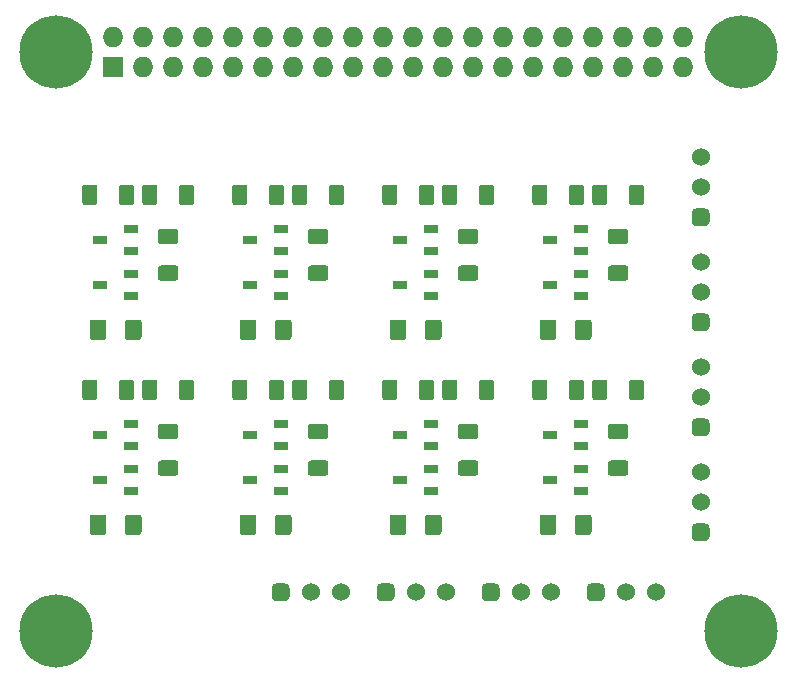
<source format=gbr>
%TF.GenerationSoftware,KiCad,Pcbnew,5.1.8+dfsg1-1+b1*%
%TF.CreationDate,2021-02-16T13:38:33-06:00*%
%TF.ProjectId,interrupt-hat,696e7465-7272-4757-9074-2d6861742e6b,A*%
%TF.SameCoordinates,Original*%
%TF.FileFunction,Soldermask,Top*%
%TF.FilePolarity,Negative*%
%FSLAX46Y46*%
G04 Gerber Fmt 4.6, Leading zero omitted, Abs format (unit mm)*
G04 Created by KiCad (PCBNEW 5.1.8+dfsg1-1+b1) date 2021-02-16 13:38:33*
%MOMM*%
%LPD*%
G01*
G04 APERTURE LIST*
%ADD10R,1.220000X0.650000*%
%ADD11C,1.524000*%
%ADD12O,1.727200X1.727200*%
%ADD13R,1.727200X1.727200*%
%ADD14C,6.200000*%
G04 APERTURE END LIST*
D10*
%TO.C,Q16*%
X92670000Y-83185000D03*
X95290000Y-82235000D03*
X95290000Y-84135000D03*
%TD*%
%TO.C,Q15*%
X92670000Y-66675000D03*
X95290000Y-65725000D03*
X95290000Y-67625000D03*
%TD*%
%TO.C,Q14*%
X92670000Y-86995000D03*
X95290000Y-86045000D03*
X95290000Y-87945000D03*
%TD*%
%TO.C,Q13*%
X79970000Y-86995000D03*
X82590000Y-86045000D03*
X82590000Y-87945000D03*
%TD*%
%TO.C,Q12*%
X67270000Y-86995000D03*
X69890000Y-86045000D03*
X69890000Y-87945000D03*
%TD*%
%TO.C,Q11*%
X54570000Y-86995000D03*
X57190000Y-86045000D03*
X57190000Y-87945000D03*
%TD*%
%TO.C,Q10*%
X79970000Y-83185000D03*
X82590000Y-82235000D03*
X82590000Y-84135000D03*
%TD*%
%TO.C,Q9*%
X79970000Y-66675000D03*
X82590000Y-65725000D03*
X82590000Y-67625000D03*
%TD*%
%TO.C,Q8*%
X67270000Y-83185000D03*
X69890000Y-82235000D03*
X69890000Y-84135000D03*
%TD*%
%TO.C,Q7*%
X67270000Y-66675000D03*
X69890000Y-65725000D03*
X69890000Y-67625000D03*
%TD*%
%TO.C,Q6*%
X92670000Y-70485000D03*
X95290000Y-69535000D03*
X95290000Y-71435000D03*
%TD*%
%TO.C,Q5*%
X79970000Y-70485000D03*
X82590000Y-69535000D03*
X82590000Y-71435000D03*
%TD*%
%TO.C,Q4*%
X67270000Y-70485000D03*
X69890000Y-69535000D03*
X69890000Y-71435000D03*
%TD*%
%TO.C,Q3*%
X54570000Y-70485000D03*
X57190000Y-69535000D03*
X57190000Y-71435000D03*
%TD*%
%TO.C,Q2*%
X54570000Y-83185000D03*
X57190000Y-82235000D03*
X57190000Y-84135000D03*
%TD*%
%TO.C,Q1*%
X54570000Y-66675000D03*
X57190000Y-65725000D03*
X57190000Y-67625000D03*
%TD*%
%TO.C,R1*%
G36*
G01*
X56145000Y-63490001D02*
X56145000Y-62239999D01*
G75*
G02*
X56394999Y-61990000I249999J0D01*
G01*
X57195001Y-61990000D01*
G75*
G02*
X57445000Y-62239999I0J-249999D01*
G01*
X57445000Y-63490001D01*
G75*
G02*
X57195001Y-63740000I-249999J0D01*
G01*
X56394999Y-63740000D01*
G75*
G02*
X56145000Y-63490001I0J249999D01*
G01*
G37*
G36*
G01*
X53045000Y-63490001D02*
X53045000Y-62239999D01*
G75*
G02*
X53294999Y-61990000I249999J0D01*
G01*
X54095001Y-61990000D01*
G75*
G02*
X54345000Y-62239999I0J-249999D01*
G01*
X54345000Y-63490001D01*
G75*
G02*
X54095001Y-63740000I-249999J0D01*
G01*
X53294999Y-63740000D01*
G75*
G02*
X53045000Y-63490001I0J249999D01*
G01*
G37*
%TD*%
%TO.C,R24*%
G36*
G01*
X99325000Y-80000001D02*
X99325000Y-78749999D01*
G75*
G02*
X99574999Y-78500000I249999J0D01*
G01*
X100375001Y-78500000D01*
G75*
G02*
X100625000Y-78749999I0J-249999D01*
G01*
X100625000Y-80000001D01*
G75*
G02*
X100375001Y-80250000I-249999J0D01*
G01*
X99574999Y-80250000D01*
G75*
G02*
X99325000Y-80000001I0J249999D01*
G01*
G37*
G36*
G01*
X96225000Y-80000001D02*
X96225000Y-78749999D01*
G75*
G02*
X96474999Y-78500000I249999J0D01*
G01*
X97275001Y-78500000D01*
G75*
G02*
X97525000Y-78749999I0J-249999D01*
G01*
X97525000Y-80000001D01*
G75*
G02*
X97275001Y-80250000I-249999J0D01*
G01*
X96474999Y-80250000D01*
G75*
G02*
X96225000Y-80000001I0J249999D01*
G01*
G37*
%TD*%
%TO.C,R23*%
G36*
G01*
X94245000Y-80000001D02*
X94245000Y-78749999D01*
G75*
G02*
X94494999Y-78500000I249999J0D01*
G01*
X95295001Y-78500000D01*
G75*
G02*
X95545000Y-78749999I0J-249999D01*
G01*
X95545000Y-80000001D01*
G75*
G02*
X95295001Y-80250000I-249999J0D01*
G01*
X94494999Y-80250000D01*
G75*
G02*
X94245000Y-80000001I0J249999D01*
G01*
G37*
G36*
G01*
X91145000Y-80000001D02*
X91145000Y-78749999D01*
G75*
G02*
X91394999Y-78500000I249999J0D01*
G01*
X92195001Y-78500000D01*
G75*
G02*
X92445000Y-78749999I0J-249999D01*
G01*
X92445000Y-80000001D01*
G75*
G02*
X92195001Y-80250000I-249999J0D01*
G01*
X91394999Y-80250000D01*
G75*
G02*
X91145000Y-80000001I0J249999D01*
G01*
G37*
%TD*%
%TO.C,R22*%
G36*
G01*
X99325000Y-63490001D02*
X99325000Y-62239999D01*
G75*
G02*
X99574999Y-61990000I249999J0D01*
G01*
X100375001Y-61990000D01*
G75*
G02*
X100625000Y-62239999I0J-249999D01*
G01*
X100625000Y-63490001D01*
G75*
G02*
X100375001Y-63740000I-249999J0D01*
G01*
X99574999Y-63740000D01*
G75*
G02*
X99325000Y-63490001I0J249999D01*
G01*
G37*
G36*
G01*
X96225000Y-63490001D02*
X96225000Y-62239999D01*
G75*
G02*
X96474999Y-61990000I249999J0D01*
G01*
X97275001Y-61990000D01*
G75*
G02*
X97525000Y-62239999I0J-249999D01*
G01*
X97525000Y-63490001D01*
G75*
G02*
X97275001Y-63740000I-249999J0D01*
G01*
X96474999Y-63740000D01*
G75*
G02*
X96225000Y-63490001I0J249999D01*
G01*
G37*
%TD*%
%TO.C,R21*%
G36*
G01*
X94245000Y-63490001D02*
X94245000Y-62239999D01*
G75*
G02*
X94494999Y-61990000I249999J0D01*
G01*
X95295001Y-61990000D01*
G75*
G02*
X95545000Y-62239999I0J-249999D01*
G01*
X95545000Y-63490001D01*
G75*
G02*
X95295001Y-63740000I-249999J0D01*
G01*
X94494999Y-63740000D01*
G75*
G02*
X94245000Y-63490001I0J249999D01*
G01*
G37*
G36*
G01*
X91145000Y-63490001D02*
X91145000Y-62239999D01*
G75*
G02*
X91394999Y-61990000I249999J0D01*
G01*
X92195001Y-61990000D01*
G75*
G02*
X92445000Y-62239999I0J-249999D01*
G01*
X92445000Y-63490001D01*
G75*
G02*
X92195001Y-63740000I-249999J0D01*
G01*
X91394999Y-63740000D01*
G75*
G02*
X91145000Y-63490001I0J249999D01*
G01*
G37*
%TD*%
%TO.C,R20*%
G36*
G01*
X97799999Y-85355000D02*
X99050001Y-85355000D01*
G75*
G02*
X99300000Y-85604999I0J-249999D01*
G01*
X99300000Y-86405001D01*
G75*
G02*
X99050001Y-86655000I-249999J0D01*
G01*
X97799999Y-86655000D01*
G75*
G02*
X97550000Y-86405001I0J249999D01*
G01*
X97550000Y-85604999D01*
G75*
G02*
X97799999Y-85355000I249999J0D01*
G01*
G37*
G36*
G01*
X97799999Y-82255000D02*
X99050001Y-82255000D01*
G75*
G02*
X99300000Y-82504999I0J-249999D01*
G01*
X99300000Y-83305001D01*
G75*
G02*
X99050001Y-83555000I-249999J0D01*
G01*
X97799999Y-83555000D01*
G75*
G02*
X97550000Y-83305001I0J249999D01*
G01*
X97550000Y-82504999D01*
G75*
G02*
X97799999Y-82255000I249999J0D01*
G01*
G37*
%TD*%
%TO.C,R19*%
G36*
G01*
X85099999Y-85355000D02*
X86350001Y-85355000D01*
G75*
G02*
X86600000Y-85604999I0J-249999D01*
G01*
X86600000Y-86405001D01*
G75*
G02*
X86350001Y-86655000I-249999J0D01*
G01*
X85099999Y-86655000D01*
G75*
G02*
X84850000Y-86405001I0J249999D01*
G01*
X84850000Y-85604999D01*
G75*
G02*
X85099999Y-85355000I249999J0D01*
G01*
G37*
G36*
G01*
X85099999Y-82255000D02*
X86350001Y-82255000D01*
G75*
G02*
X86600000Y-82504999I0J-249999D01*
G01*
X86600000Y-83305001D01*
G75*
G02*
X86350001Y-83555000I-249999J0D01*
G01*
X85099999Y-83555000D01*
G75*
G02*
X84850000Y-83305001I0J249999D01*
G01*
X84850000Y-82504999D01*
G75*
G02*
X85099999Y-82255000I249999J0D01*
G01*
G37*
%TD*%
%TO.C,R18*%
G36*
G01*
X72399999Y-85355000D02*
X73650001Y-85355000D01*
G75*
G02*
X73900000Y-85604999I0J-249999D01*
G01*
X73900000Y-86405001D01*
G75*
G02*
X73650001Y-86655000I-249999J0D01*
G01*
X72399999Y-86655000D01*
G75*
G02*
X72150000Y-86405001I0J249999D01*
G01*
X72150000Y-85604999D01*
G75*
G02*
X72399999Y-85355000I249999J0D01*
G01*
G37*
G36*
G01*
X72399999Y-82255000D02*
X73650001Y-82255000D01*
G75*
G02*
X73900000Y-82504999I0J-249999D01*
G01*
X73900000Y-83305001D01*
G75*
G02*
X73650001Y-83555000I-249999J0D01*
G01*
X72399999Y-83555000D01*
G75*
G02*
X72150000Y-83305001I0J249999D01*
G01*
X72150000Y-82504999D01*
G75*
G02*
X72399999Y-82255000I249999J0D01*
G01*
G37*
%TD*%
%TO.C,R17*%
G36*
G01*
X59699999Y-85355000D02*
X60950001Y-85355000D01*
G75*
G02*
X61200000Y-85604999I0J-249999D01*
G01*
X61200000Y-86405001D01*
G75*
G02*
X60950001Y-86655000I-249999J0D01*
G01*
X59699999Y-86655000D01*
G75*
G02*
X59450000Y-86405001I0J249999D01*
G01*
X59450000Y-85604999D01*
G75*
G02*
X59699999Y-85355000I249999J0D01*
G01*
G37*
G36*
G01*
X59699999Y-82255000D02*
X60950001Y-82255000D01*
G75*
G02*
X61200000Y-82504999I0J-249999D01*
G01*
X61200000Y-83305001D01*
G75*
G02*
X60950001Y-83555000I-249999J0D01*
G01*
X59699999Y-83555000D01*
G75*
G02*
X59450000Y-83305001I0J249999D01*
G01*
X59450000Y-82504999D01*
G75*
G02*
X59699999Y-82255000I249999J0D01*
G01*
G37*
%TD*%
%TO.C,R16*%
G36*
G01*
X86625000Y-80000001D02*
X86625000Y-78749999D01*
G75*
G02*
X86874999Y-78500000I249999J0D01*
G01*
X87675001Y-78500000D01*
G75*
G02*
X87925000Y-78749999I0J-249999D01*
G01*
X87925000Y-80000001D01*
G75*
G02*
X87675001Y-80250000I-249999J0D01*
G01*
X86874999Y-80250000D01*
G75*
G02*
X86625000Y-80000001I0J249999D01*
G01*
G37*
G36*
G01*
X83525000Y-80000001D02*
X83525000Y-78749999D01*
G75*
G02*
X83774999Y-78500000I249999J0D01*
G01*
X84575001Y-78500000D01*
G75*
G02*
X84825000Y-78749999I0J-249999D01*
G01*
X84825000Y-80000001D01*
G75*
G02*
X84575001Y-80250000I-249999J0D01*
G01*
X83774999Y-80250000D01*
G75*
G02*
X83525000Y-80000001I0J249999D01*
G01*
G37*
%TD*%
%TO.C,R15*%
G36*
G01*
X81545000Y-80000001D02*
X81545000Y-78749999D01*
G75*
G02*
X81794999Y-78500000I249999J0D01*
G01*
X82595001Y-78500000D01*
G75*
G02*
X82845000Y-78749999I0J-249999D01*
G01*
X82845000Y-80000001D01*
G75*
G02*
X82595001Y-80250000I-249999J0D01*
G01*
X81794999Y-80250000D01*
G75*
G02*
X81545000Y-80000001I0J249999D01*
G01*
G37*
G36*
G01*
X78445000Y-80000001D02*
X78445000Y-78749999D01*
G75*
G02*
X78694999Y-78500000I249999J0D01*
G01*
X79495001Y-78500000D01*
G75*
G02*
X79745000Y-78749999I0J-249999D01*
G01*
X79745000Y-80000001D01*
G75*
G02*
X79495001Y-80250000I-249999J0D01*
G01*
X78694999Y-80250000D01*
G75*
G02*
X78445000Y-80000001I0J249999D01*
G01*
G37*
%TD*%
%TO.C,R14*%
G36*
G01*
X86625000Y-63490001D02*
X86625000Y-62239999D01*
G75*
G02*
X86874999Y-61990000I249999J0D01*
G01*
X87675001Y-61990000D01*
G75*
G02*
X87925000Y-62239999I0J-249999D01*
G01*
X87925000Y-63490001D01*
G75*
G02*
X87675001Y-63740000I-249999J0D01*
G01*
X86874999Y-63740000D01*
G75*
G02*
X86625000Y-63490001I0J249999D01*
G01*
G37*
G36*
G01*
X83525000Y-63490001D02*
X83525000Y-62239999D01*
G75*
G02*
X83774999Y-61990000I249999J0D01*
G01*
X84575001Y-61990000D01*
G75*
G02*
X84825000Y-62239999I0J-249999D01*
G01*
X84825000Y-63490001D01*
G75*
G02*
X84575001Y-63740000I-249999J0D01*
G01*
X83774999Y-63740000D01*
G75*
G02*
X83525000Y-63490001I0J249999D01*
G01*
G37*
%TD*%
%TO.C,R13*%
G36*
G01*
X81545000Y-63490001D02*
X81545000Y-62239999D01*
G75*
G02*
X81794999Y-61990000I249999J0D01*
G01*
X82595001Y-61990000D01*
G75*
G02*
X82845000Y-62239999I0J-249999D01*
G01*
X82845000Y-63490001D01*
G75*
G02*
X82595001Y-63740000I-249999J0D01*
G01*
X81794999Y-63740000D01*
G75*
G02*
X81545000Y-63490001I0J249999D01*
G01*
G37*
G36*
G01*
X78445000Y-63490001D02*
X78445000Y-62239999D01*
G75*
G02*
X78694999Y-61990000I249999J0D01*
G01*
X79495001Y-61990000D01*
G75*
G02*
X79745000Y-62239999I0J-249999D01*
G01*
X79745000Y-63490001D01*
G75*
G02*
X79495001Y-63740000I-249999J0D01*
G01*
X78694999Y-63740000D01*
G75*
G02*
X78445000Y-63490001I0J249999D01*
G01*
G37*
%TD*%
%TO.C,R12*%
G36*
G01*
X73925000Y-80000001D02*
X73925000Y-78749999D01*
G75*
G02*
X74174999Y-78500000I249999J0D01*
G01*
X74975001Y-78500000D01*
G75*
G02*
X75225000Y-78749999I0J-249999D01*
G01*
X75225000Y-80000001D01*
G75*
G02*
X74975001Y-80250000I-249999J0D01*
G01*
X74174999Y-80250000D01*
G75*
G02*
X73925000Y-80000001I0J249999D01*
G01*
G37*
G36*
G01*
X70825000Y-80000001D02*
X70825000Y-78749999D01*
G75*
G02*
X71074999Y-78500000I249999J0D01*
G01*
X71875001Y-78500000D01*
G75*
G02*
X72125000Y-78749999I0J-249999D01*
G01*
X72125000Y-80000001D01*
G75*
G02*
X71875001Y-80250000I-249999J0D01*
G01*
X71074999Y-80250000D01*
G75*
G02*
X70825000Y-80000001I0J249999D01*
G01*
G37*
%TD*%
%TO.C,R11*%
G36*
G01*
X68845000Y-80000001D02*
X68845000Y-78749999D01*
G75*
G02*
X69094999Y-78500000I249999J0D01*
G01*
X69895001Y-78500000D01*
G75*
G02*
X70145000Y-78749999I0J-249999D01*
G01*
X70145000Y-80000001D01*
G75*
G02*
X69895001Y-80250000I-249999J0D01*
G01*
X69094999Y-80250000D01*
G75*
G02*
X68845000Y-80000001I0J249999D01*
G01*
G37*
G36*
G01*
X65745000Y-80000001D02*
X65745000Y-78749999D01*
G75*
G02*
X65994999Y-78500000I249999J0D01*
G01*
X66795001Y-78500000D01*
G75*
G02*
X67045000Y-78749999I0J-249999D01*
G01*
X67045000Y-80000001D01*
G75*
G02*
X66795001Y-80250000I-249999J0D01*
G01*
X65994999Y-80250000D01*
G75*
G02*
X65745000Y-80000001I0J249999D01*
G01*
G37*
%TD*%
%TO.C,R10*%
G36*
G01*
X73925000Y-63490001D02*
X73925000Y-62239999D01*
G75*
G02*
X74174999Y-61990000I249999J0D01*
G01*
X74975001Y-61990000D01*
G75*
G02*
X75225000Y-62239999I0J-249999D01*
G01*
X75225000Y-63490001D01*
G75*
G02*
X74975001Y-63740000I-249999J0D01*
G01*
X74174999Y-63740000D01*
G75*
G02*
X73925000Y-63490001I0J249999D01*
G01*
G37*
G36*
G01*
X70825000Y-63490001D02*
X70825000Y-62239999D01*
G75*
G02*
X71074999Y-61990000I249999J0D01*
G01*
X71875001Y-61990000D01*
G75*
G02*
X72125000Y-62239999I0J-249999D01*
G01*
X72125000Y-63490001D01*
G75*
G02*
X71875001Y-63740000I-249999J0D01*
G01*
X71074999Y-63740000D01*
G75*
G02*
X70825000Y-63490001I0J249999D01*
G01*
G37*
%TD*%
%TO.C,R9*%
G36*
G01*
X68845000Y-63490001D02*
X68845000Y-62239999D01*
G75*
G02*
X69094999Y-61990000I249999J0D01*
G01*
X69895001Y-61990000D01*
G75*
G02*
X70145000Y-62239999I0J-249999D01*
G01*
X70145000Y-63490001D01*
G75*
G02*
X69895001Y-63740000I-249999J0D01*
G01*
X69094999Y-63740000D01*
G75*
G02*
X68845000Y-63490001I0J249999D01*
G01*
G37*
G36*
G01*
X65745000Y-63490001D02*
X65745000Y-62239999D01*
G75*
G02*
X65994999Y-61990000I249999J0D01*
G01*
X66795001Y-61990000D01*
G75*
G02*
X67045000Y-62239999I0J-249999D01*
G01*
X67045000Y-63490001D01*
G75*
G02*
X66795001Y-63740000I-249999J0D01*
G01*
X65994999Y-63740000D01*
G75*
G02*
X65745000Y-63490001I0J249999D01*
G01*
G37*
%TD*%
%TO.C,R8*%
G36*
G01*
X97799999Y-68845000D02*
X99050001Y-68845000D01*
G75*
G02*
X99300000Y-69094999I0J-249999D01*
G01*
X99300000Y-69895001D01*
G75*
G02*
X99050001Y-70145000I-249999J0D01*
G01*
X97799999Y-70145000D01*
G75*
G02*
X97550000Y-69895001I0J249999D01*
G01*
X97550000Y-69094999D01*
G75*
G02*
X97799999Y-68845000I249999J0D01*
G01*
G37*
G36*
G01*
X97799999Y-65745000D02*
X99050001Y-65745000D01*
G75*
G02*
X99300000Y-65994999I0J-249999D01*
G01*
X99300000Y-66795001D01*
G75*
G02*
X99050001Y-67045000I-249999J0D01*
G01*
X97799999Y-67045000D01*
G75*
G02*
X97550000Y-66795001I0J249999D01*
G01*
X97550000Y-65994999D01*
G75*
G02*
X97799999Y-65745000I249999J0D01*
G01*
G37*
%TD*%
%TO.C,R7*%
G36*
G01*
X85099999Y-68845000D02*
X86350001Y-68845000D01*
G75*
G02*
X86600000Y-69094999I0J-249999D01*
G01*
X86600000Y-69895001D01*
G75*
G02*
X86350001Y-70145000I-249999J0D01*
G01*
X85099999Y-70145000D01*
G75*
G02*
X84850000Y-69895001I0J249999D01*
G01*
X84850000Y-69094999D01*
G75*
G02*
X85099999Y-68845000I249999J0D01*
G01*
G37*
G36*
G01*
X85099999Y-65745000D02*
X86350001Y-65745000D01*
G75*
G02*
X86600000Y-65994999I0J-249999D01*
G01*
X86600000Y-66795001D01*
G75*
G02*
X86350001Y-67045000I-249999J0D01*
G01*
X85099999Y-67045000D01*
G75*
G02*
X84850000Y-66795001I0J249999D01*
G01*
X84850000Y-65994999D01*
G75*
G02*
X85099999Y-65745000I249999J0D01*
G01*
G37*
%TD*%
%TO.C,R6*%
G36*
G01*
X72399999Y-68845000D02*
X73650001Y-68845000D01*
G75*
G02*
X73900000Y-69094999I0J-249999D01*
G01*
X73900000Y-69895001D01*
G75*
G02*
X73650001Y-70145000I-249999J0D01*
G01*
X72399999Y-70145000D01*
G75*
G02*
X72150000Y-69895001I0J249999D01*
G01*
X72150000Y-69094999D01*
G75*
G02*
X72399999Y-68845000I249999J0D01*
G01*
G37*
G36*
G01*
X72399999Y-65745000D02*
X73650001Y-65745000D01*
G75*
G02*
X73900000Y-65994999I0J-249999D01*
G01*
X73900000Y-66795001D01*
G75*
G02*
X73650001Y-67045000I-249999J0D01*
G01*
X72399999Y-67045000D01*
G75*
G02*
X72150000Y-66795001I0J249999D01*
G01*
X72150000Y-65994999D01*
G75*
G02*
X72399999Y-65745000I249999J0D01*
G01*
G37*
%TD*%
%TO.C,R5*%
G36*
G01*
X59699999Y-68845000D02*
X60950001Y-68845000D01*
G75*
G02*
X61200000Y-69094999I0J-249999D01*
G01*
X61200000Y-69895001D01*
G75*
G02*
X60950001Y-70145000I-249999J0D01*
G01*
X59699999Y-70145000D01*
G75*
G02*
X59450000Y-69895001I0J249999D01*
G01*
X59450000Y-69094999D01*
G75*
G02*
X59699999Y-68845000I249999J0D01*
G01*
G37*
G36*
G01*
X59699999Y-65745000D02*
X60950001Y-65745000D01*
G75*
G02*
X61200000Y-65994999I0J-249999D01*
G01*
X61200000Y-66795001D01*
G75*
G02*
X60950001Y-67045000I-249999J0D01*
G01*
X59699999Y-67045000D01*
G75*
G02*
X59450000Y-66795001I0J249999D01*
G01*
X59450000Y-65994999D01*
G75*
G02*
X59699999Y-65745000I249999J0D01*
G01*
G37*
%TD*%
%TO.C,R4*%
G36*
G01*
X61225000Y-80000001D02*
X61225000Y-78749999D01*
G75*
G02*
X61474999Y-78500000I249999J0D01*
G01*
X62275001Y-78500000D01*
G75*
G02*
X62525000Y-78749999I0J-249999D01*
G01*
X62525000Y-80000001D01*
G75*
G02*
X62275001Y-80250000I-249999J0D01*
G01*
X61474999Y-80250000D01*
G75*
G02*
X61225000Y-80000001I0J249999D01*
G01*
G37*
G36*
G01*
X58125000Y-80000001D02*
X58125000Y-78749999D01*
G75*
G02*
X58374999Y-78500000I249999J0D01*
G01*
X59175001Y-78500000D01*
G75*
G02*
X59425000Y-78749999I0J-249999D01*
G01*
X59425000Y-80000001D01*
G75*
G02*
X59175001Y-80250000I-249999J0D01*
G01*
X58374999Y-80250000D01*
G75*
G02*
X58125000Y-80000001I0J249999D01*
G01*
G37*
%TD*%
%TO.C,R3*%
G36*
G01*
X56145000Y-80000001D02*
X56145000Y-78749999D01*
G75*
G02*
X56394999Y-78500000I249999J0D01*
G01*
X57195001Y-78500000D01*
G75*
G02*
X57445000Y-78749999I0J-249999D01*
G01*
X57445000Y-80000001D01*
G75*
G02*
X57195001Y-80250000I-249999J0D01*
G01*
X56394999Y-80250000D01*
G75*
G02*
X56145000Y-80000001I0J249999D01*
G01*
G37*
G36*
G01*
X53045000Y-80000001D02*
X53045000Y-78749999D01*
G75*
G02*
X53294999Y-78500000I249999J0D01*
G01*
X54095001Y-78500000D01*
G75*
G02*
X54345000Y-78749999I0J-249999D01*
G01*
X54345000Y-80000001D01*
G75*
G02*
X54095001Y-80250000I-249999J0D01*
G01*
X53294999Y-80250000D01*
G75*
G02*
X53045000Y-80000001I0J249999D01*
G01*
G37*
%TD*%
%TO.C,R2*%
G36*
G01*
X61225000Y-63490001D02*
X61225000Y-62239999D01*
G75*
G02*
X61474999Y-61990000I249999J0D01*
G01*
X62275001Y-61990000D01*
G75*
G02*
X62525000Y-62239999I0J-249999D01*
G01*
X62525000Y-63490001D01*
G75*
G02*
X62275001Y-63740000I-249999J0D01*
G01*
X61474999Y-63740000D01*
G75*
G02*
X61225000Y-63490001I0J249999D01*
G01*
G37*
G36*
G01*
X58125000Y-63490001D02*
X58125000Y-62239999D01*
G75*
G02*
X58374999Y-61990000I249999J0D01*
G01*
X59175001Y-61990000D01*
G75*
G02*
X59425000Y-62239999I0J-249999D01*
G01*
X59425000Y-63490001D01*
G75*
G02*
X59175001Y-63740000I-249999J0D01*
G01*
X58374999Y-63740000D01*
G75*
G02*
X58125000Y-63490001I0J249999D01*
G01*
G37*
%TD*%
%TO.C,D8*%
G36*
G01*
X94755000Y-91430000D02*
X94755000Y-90180000D01*
G75*
G02*
X95005000Y-89930000I250000J0D01*
G01*
X95930000Y-89930000D01*
G75*
G02*
X96180000Y-90180000I0J-250000D01*
G01*
X96180000Y-91430000D01*
G75*
G02*
X95930000Y-91680000I-250000J0D01*
G01*
X95005000Y-91680000D01*
G75*
G02*
X94755000Y-91430000I0J250000D01*
G01*
G37*
G36*
G01*
X91780000Y-91430000D02*
X91780000Y-90180000D01*
G75*
G02*
X92030000Y-89930000I250000J0D01*
G01*
X92955000Y-89930000D01*
G75*
G02*
X93205000Y-90180000I0J-250000D01*
G01*
X93205000Y-91430000D01*
G75*
G02*
X92955000Y-91680000I-250000J0D01*
G01*
X92030000Y-91680000D01*
G75*
G02*
X91780000Y-91430000I0J250000D01*
G01*
G37*
%TD*%
%TO.C,D7*%
G36*
G01*
X82055000Y-91430000D02*
X82055000Y-90180000D01*
G75*
G02*
X82305000Y-89930000I250000J0D01*
G01*
X83230000Y-89930000D01*
G75*
G02*
X83480000Y-90180000I0J-250000D01*
G01*
X83480000Y-91430000D01*
G75*
G02*
X83230000Y-91680000I-250000J0D01*
G01*
X82305000Y-91680000D01*
G75*
G02*
X82055000Y-91430000I0J250000D01*
G01*
G37*
G36*
G01*
X79080000Y-91430000D02*
X79080000Y-90180000D01*
G75*
G02*
X79330000Y-89930000I250000J0D01*
G01*
X80255000Y-89930000D01*
G75*
G02*
X80505000Y-90180000I0J-250000D01*
G01*
X80505000Y-91430000D01*
G75*
G02*
X80255000Y-91680000I-250000J0D01*
G01*
X79330000Y-91680000D01*
G75*
G02*
X79080000Y-91430000I0J250000D01*
G01*
G37*
%TD*%
%TO.C,D6*%
G36*
G01*
X69355000Y-91430000D02*
X69355000Y-90180000D01*
G75*
G02*
X69605000Y-89930000I250000J0D01*
G01*
X70530000Y-89930000D01*
G75*
G02*
X70780000Y-90180000I0J-250000D01*
G01*
X70780000Y-91430000D01*
G75*
G02*
X70530000Y-91680000I-250000J0D01*
G01*
X69605000Y-91680000D01*
G75*
G02*
X69355000Y-91430000I0J250000D01*
G01*
G37*
G36*
G01*
X66380000Y-91430000D02*
X66380000Y-90180000D01*
G75*
G02*
X66630000Y-89930000I250000J0D01*
G01*
X67555000Y-89930000D01*
G75*
G02*
X67805000Y-90180000I0J-250000D01*
G01*
X67805000Y-91430000D01*
G75*
G02*
X67555000Y-91680000I-250000J0D01*
G01*
X66630000Y-91680000D01*
G75*
G02*
X66380000Y-91430000I0J250000D01*
G01*
G37*
%TD*%
%TO.C,D5*%
G36*
G01*
X56655000Y-91430000D02*
X56655000Y-90180000D01*
G75*
G02*
X56905000Y-89930000I250000J0D01*
G01*
X57830000Y-89930000D01*
G75*
G02*
X58080000Y-90180000I0J-250000D01*
G01*
X58080000Y-91430000D01*
G75*
G02*
X57830000Y-91680000I-250000J0D01*
G01*
X56905000Y-91680000D01*
G75*
G02*
X56655000Y-91430000I0J250000D01*
G01*
G37*
G36*
G01*
X53680000Y-91430000D02*
X53680000Y-90180000D01*
G75*
G02*
X53930000Y-89930000I250000J0D01*
G01*
X54855000Y-89930000D01*
G75*
G02*
X55105000Y-90180000I0J-250000D01*
G01*
X55105000Y-91430000D01*
G75*
G02*
X54855000Y-91680000I-250000J0D01*
G01*
X53930000Y-91680000D01*
G75*
G02*
X53680000Y-91430000I0J250000D01*
G01*
G37*
%TD*%
%TO.C,D4*%
G36*
G01*
X94755000Y-74920000D02*
X94755000Y-73670000D01*
G75*
G02*
X95005000Y-73420000I250000J0D01*
G01*
X95930000Y-73420000D01*
G75*
G02*
X96180000Y-73670000I0J-250000D01*
G01*
X96180000Y-74920000D01*
G75*
G02*
X95930000Y-75170000I-250000J0D01*
G01*
X95005000Y-75170000D01*
G75*
G02*
X94755000Y-74920000I0J250000D01*
G01*
G37*
G36*
G01*
X91780000Y-74920000D02*
X91780000Y-73670000D01*
G75*
G02*
X92030000Y-73420000I250000J0D01*
G01*
X92955000Y-73420000D01*
G75*
G02*
X93205000Y-73670000I0J-250000D01*
G01*
X93205000Y-74920000D01*
G75*
G02*
X92955000Y-75170000I-250000J0D01*
G01*
X92030000Y-75170000D01*
G75*
G02*
X91780000Y-74920000I0J250000D01*
G01*
G37*
%TD*%
%TO.C,D3*%
G36*
G01*
X82055000Y-74920000D02*
X82055000Y-73670000D01*
G75*
G02*
X82305000Y-73420000I250000J0D01*
G01*
X83230000Y-73420000D01*
G75*
G02*
X83480000Y-73670000I0J-250000D01*
G01*
X83480000Y-74920000D01*
G75*
G02*
X83230000Y-75170000I-250000J0D01*
G01*
X82305000Y-75170000D01*
G75*
G02*
X82055000Y-74920000I0J250000D01*
G01*
G37*
G36*
G01*
X79080000Y-74920000D02*
X79080000Y-73670000D01*
G75*
G02*
X79330000Y-73420000I250000J0D01*
G01*
X80255000Y-73420000D01*
G75*
G02*
X80505000Y-73670000I0J-250000D01*
G01*
X80505000Y-74920000D01*
G75*
G02*
X80255000Y-75170000I-250000J0D01*
G01*
X79330000Y-75170000D01*
G75*
G02*
X79080000Y-74920000I0J250000D01*
G01*
G37*
%TD*%
%TO.C,D2*%
G36*
G01*
X69355000Y-74920000D02*
X69355000Y-73670000D01*
G75*
G02*
X69605000Y-73420000I250000J0D01*
G01*
X70530000Y-73420000D01*
G75*
G02*
X70780000Y-73670000I0J-250000D01*
G01*
X70780000Y-74920000D01*
G75*
G02*
X70530000Y-75170000I-250000J0D01*
G01*
X69605000Y-75170000D01*
G75*
G02*
X69355000Y-74920000I0J250000D01*
G01*
G37*
G36*
G01*
X66380000Y-74920000D02*
X66380000Y-73670000D01*
G75*
G02*
X66630000Y-73420000I250000J0D01*
G01*
X67555000Y-73420000D01*
G75*
G02*
X67805000Y-73670000I0J-250000D01*
G01*
X67805000Y-74920000D01*
G75*
G02*
X67555000Y-75170000I-250000J0D01*
G01*
X66630000Y-75170000D01*
G75*
G02*
X66380000Y-74920000I0J250000D01*
G01*
G37*
%TD*%
%TO.C,D1*%
G36*
G01*
X56655000Y-74920000D02*
X56655000Y-73670000D01*
G75*
G02*
X56905000Y-73420000I250000J0D01*
G01*
X57830000Y-73420000D01*
G75*
G02*
X58080000Y-73670000I0J-250000D01*
G01*
X58080000Y-74920000D01*
G75*
G02*
X57830000Y-75170000I-250000J0D01*
G01*
X56905000Y-75170000D01*
G75*
G02*
X56655000Y-74920000I0J250000D01*
G01*
G37*
G36*
G01*
X53680000Y-74920000D02*
X53680000Y-73670000D01*
G75*
G02*
X53930000Y-73420000I250000J0D01*
G01*
X54855000Y-73420000D01*
G75*
G02*
X55105000Y-73670000I0J-250000D01*
G01*
X55105000Y-74920000D01*
G75*
G02*
X54855000Y-75170000I-250000J0D01*
G01*
X53930000Y-75170000D01*
G75*
G02*
X53680000Y-74920000I0J250000D01*
G01*
G37*
%TD*%
D11*
%TO.C,J8*%
X105410000Y-59690000D03*
X105410000Y-62230000D03*
G36*
G01*
X105791000Y-65532000D02*
X105029000Y-65532000D01*
G75*
G02*
X104648000Y-65151000I0J381000D01*
G01*
X104648000Y-64389000D01*
G75*
G02*
X105029000Y-64008000I381000J0D01*
G01*
X105791000Y-64008000D01*
G75*
G02*
X106172000Y-64389000I0J-381000D01*
G01*
X106172000Y-65151000D01*
G75*
G02*
X105791000Y-65532000I-381000J0D01*
G01*
G37*
%TD*%
%TO.C,J7*%
X105410000Y-68580000D03*
X105410000Y-71120000D03*
G36*
G01*
X105791000Y-74422000D02*
X105029000Y-74422000D01*
G75*
G02*
X104648000Y-74041000I0J381000D01*
G01*
X104648000Y-73279000D01*
G75*
G02*
X105029000Y-72898000I381000J0D01*
G01*
X105791000Y-72898000D01*
G75*
G02*
X106172000Y-73279000I0J-381000D01*
G01*
X106172000Y-74041000D01*
G75*
G02*
X105791000Y-74422000I-381000J0D01*
G01*
G37*
%TD*%
%TO.C,J6*%
X105410000Y-77470000D03*
X105410000Y-80010000D03*
G36*
G01*
X105791000Y-83312000D02*
X105029000Y-83312000D01*
G75*
G02*
X104648000Y-82931000I0J381000D01*
G01*
X104648000Y-82169000D01*
G75*
G02*
X105029000Y-81788000I381000J0D01*
G01*
X105791000Y-81788000D01*
G75*
G02*
X106172000Y-82169000I0J-381000D01*
G01*
X106172000Y-82931000D01*
G75*
G02*
X105791000Y-83312000I-381000J0D01*
G01*
G37*
%TD*%
%TO.C,J5*%
X105410000Y-86360000D03*
X105410000Y-88900000D03*
G36*
G01*
X105791000Y-92202000D02*
X105029000Y-92202000D01*
G75*
G02*
X104648000Y-91821000I0J381000D01*
G01*
X104648000Y-91059000D01*
G75*
G02*
X105029000Y-90678000I381000J0D01*
G01*
X105791000Y-90678000D01*
G75*
G02*
X106172000Y-91059000I0J-381000D01*
G01*
X106172000Y-91821000D01*
G75*
G02*
X105791000Y-92202000I-381000J0D01*
G01*
G37*
%TD*%
%TO.C,J4*%
X101600000Y-96520000D03*
X99060000Y-96520000D03*
G36*
G01*
X95758000Y-96901000D02*
X95758000Y-96139000D01*
G75*
G02*
X96139000Y-95758000I381000J0D01*
G01*
X96901000Y-95758000D01*
G75*
G02*
X97282000Y-96139000I0J-381000D01*
G01*
X97282000Y-96901000D01*
G75*
G02*
X96901000Y-97282000I-381000J0D01*
G01*
X96139000Y-97282000D01*
G75*
G02*
X95758000Y-96901000I0J381000D01*
G01*
G37*
%TD*%
%TO.C,J3*%
X92710000Y-96520000D03*
X90170000Y-96520000D03*
G36*
G01*
X86868000Y-96901000D02*
X86868000Y-96139000D01*
G75*
G02*
X87249000Y-95758000I381000J0D01*
G01*
X88011000Y-95758000D01*
G75*
G02*
X88392000Y-96139000I0J-381000D01*
G01*
X88392000Y-96901000D01*
G75*
G02*
X88011000Y-97282000I-381000J0D01*
G01*
X87249000Y-97282000D01*
G75*
G02*
X86868000Y-96901000I0J381000D01*
G01*
G37*
%TD*%
%TO.C,J2*%
X83820000Y-96520000D03*
X81280000Y-96520000D03*
G36*
G01*
X77978000Y-96901000D02*
X77978000Y-96139000D01*
G75*
G02*
X78359000Y-95758000I381000J0D01*
G01*
X79121000Y-95758000D01*
G75*
G02*
X79502000Y-96139000I0J-381000D01*
G01*
X79502000Y-96901000D01*
G75*
G02*
X79121000Y-97282000I-381000J0D01*
G01*
X78359000Y-97282000D01*
G75*
G02*
X77978000Y-96901000I0J381000D01*
G01*
G37*
%TD*%
%TO.C,J1*%
X74930000Y-96520000D03*
X72390000Y-96520000D03*
G36*
G01*
X69088000Y-96901000D02*
X69088000Y-96139000D01*
G75*
G02*
X69469000Y-95758000I381000J0D01*
G01*
X70231000Y-95758000D01*
G75*
G02*
X70612000Y-96139000I0J-381000D01*
G01*
X70612000Y-96901000D01*
G75*
G02*
X70231000Y-97282000I-381000J0D01*
G01*
X69469000Y-97282000D01*
G75*
G02*
X69088000Y-96901000I0J381000D01*
G01*
G37*
%TD*%
D12*
%TO.C,J0*%
X103930000Y-49530000D03*
X103930000Y-52070000D03*
X101390000Y-49530000D03*
X101390000Y-52070000D03*
X98850000Y-49530000D03*
X98850000Y-52070000D03*
X96310000Y-49530000D03*
X96310000Y-52070000D03*
X93770000Y-49530000D03*
X93770000Y-52070000D03*
X91230000Y-49530000D03*
X91230000Y-52070000D03*
X88690000Y-49530000D03*
X88690000Y-52070000D03*
X86150000Y-49530000D03*
X86150000Y-52070000D03*
X83610000Y-49530000D03*
X83610000Y-52070000D03*
X81070000Y-49530000D03*
X81070000Y-52070000D03*
X78530000Y-49530000D03*
X78530000Y-52070000D03*
X75990000Y-49530000D03*
X75990000Y-52070000D03*
X73450000Y-49530000D03*
X73450000Y-52070000D03*
X70910000Y-49530000D03*
X70910000Y-52070000D03*
X68370000Y-49530000D03*
X68370000Y-52070000D03*
X65830000Y-49530000D03*
X65830000Y-52070000D03*
X63290000Y-49530000D03*
X63290000Y-52070000D03*
X60750000Y-49530000D03*
X60750000Y-52070000D03*
X58210000Y-49530000D03*
X58210000Y-52070000D03*
X55670000Y-49530000D03*
D13*
X55670000Y-52070000D03*
%TD*%
D14*
%TO.C,*%
X108800000Y-50800000D03*
%TD*%
%TO.C,*%
X108800000Y-99800000D03*
%TD*%
%TO.C,*%
X50800000Y-99800000D03*
%TD*%
%TO.C,*%
X50800000Y-50800000D03*
%TD*%
M02*

</source>
